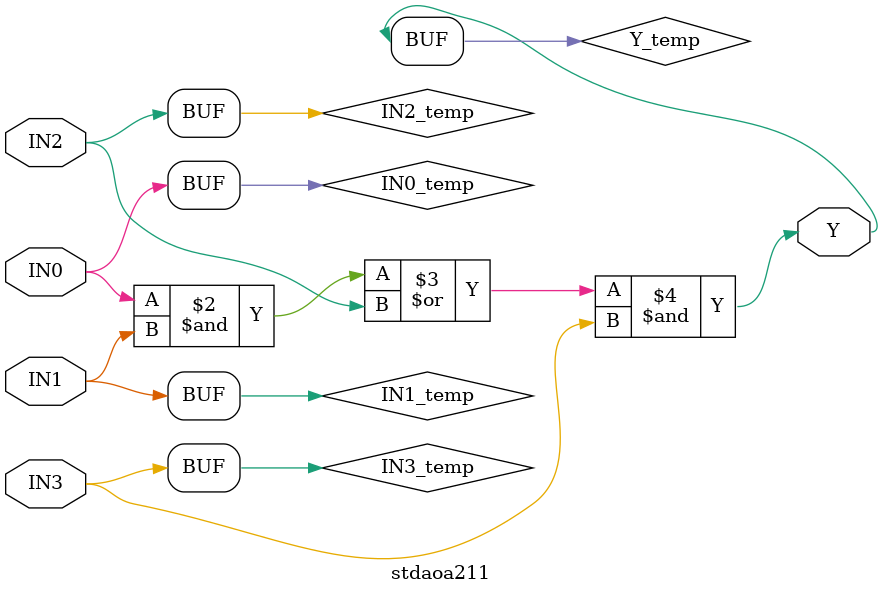
<source format=v>
module stdaoa211(IN0,IN1,IN2,IN3,Y);
  parameter
        d_IN0_r = 0,
        d_IN0_f = 0,
        d_IN1_r = 0,
        d_IN1_f = 0,
        d_IN2_r = 0,
        d_IN2_f = 0,
        d_IN3_r = 0,
        d_IN3_f = 0,
        d_Y_r = 1,
        d_Y_f = 1;
  input  IN0;
  input  IN1;
  input  IN2;
  input  IN3;
  output  Y;
  wire  IN0_temp;
  wire  IN1_temp;
  wire  IN2_temp;
  wire  IN3_temp;
  reg  Y_temp;
  assign #(d_IN0_r,d_IN0_f) IN0_temp = IN0;
  assign #(d_IN1_r,d_IN1_f) IN1_temp = IN1;
  assign #(d_IN2_r,d_IN2_f) IN2_temp = IN2;
  assign #(d_IN3_r,d_IN3_f) IN3_temp = IN3;
  assign #(d_Y_r,d_Y_f) Y = Y_temp;
  always
    @(IN0_temp or IN1_temp or IN2_temp or IN3_temp)
      begin
      Y_temp = (((IN0_temp & IN1_temp) | IN2_temp) & IN3_temp);
      end
endmodule

</source>
